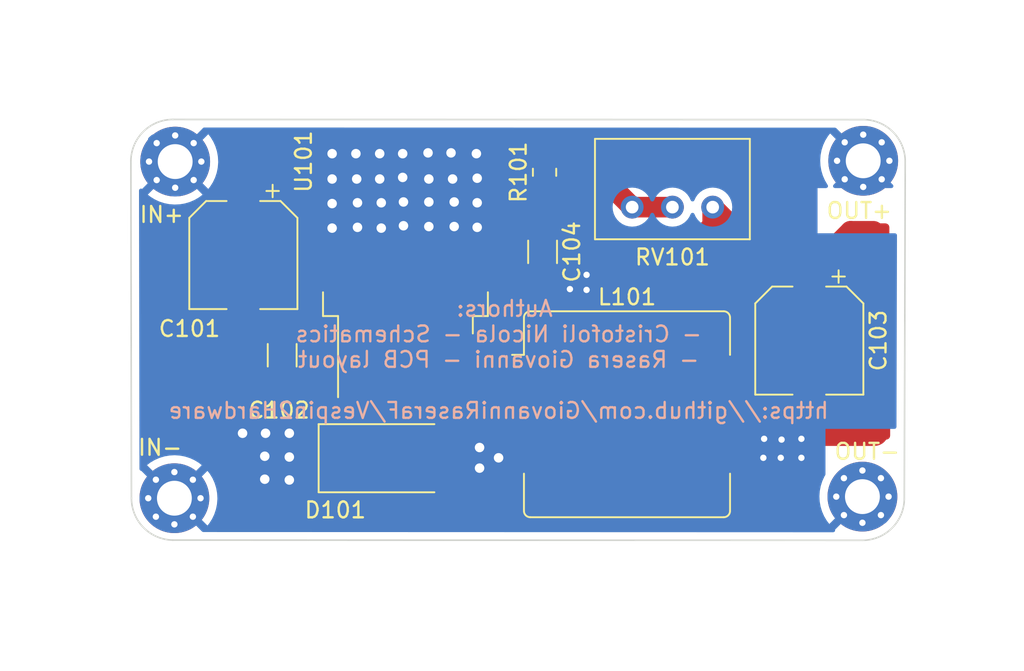
<source format=kicad_pcb>
(kicad_pcb (version 20211014) (generator pcbnew)
  (layers (0 "F.Cu" signal) (31 "B.Cu" power) (34 "B.Paste" user) (35 "F.Paste" user) (36 "B.SilkS" user "B.Silkscreen") (37 "F.SilkS" user "F.Silkscreen") (38 "B.Mask" user) (39 "F.Mask" user) (44 "Edge.Cuts" user))
  (net 0 "")
  (net 1 "Vin+")
  (net 2 "Net-(R101-Pad1)")
  (net 3 "OUT-")
  (net 4 "OUT+")
  (net 5 "Net-(D101-Pad1)")
  (footprint "Package_TO_SOT_SMD:TO-263-5_TabPin3" (layer "F.Cu") (at 169.125 77.95 90)
    (fp_text reference "U101" (at 6.8 -6.425 90) (layer "F.SilkS"))
    (fp_text value "LM2596S-ADJ")
    (fp_line (start -2.95 -4.25) (end -8.075 -4.25) (layer "F.SilkS") (width 0.12))
    (fp_line (start -1.45 -5.2) (end -2.95 -5.2) (layer "F.SilkS") (width 0.12))
    (fp_line (start -1.45 5.2) (end -2.95 5.2) (layer "F.SilkS") (width 0.12))
    (fp_line (start -2.95 5.2) (end -2.95 4.25) (layer "F.SilkS") (width 0.12))
    (fp_line (start -2.95 -5.2) (end -2.95 -4.25) (layer "F.SilkS") (width 0.12))
    (fp_line (start -2.95 4.25) (end -4.05 4.25) (layer "F.SilkS") (width 0.12))
    (pad "1" smd rect (at -5.775 -3.4 90) (size 4.6 1.1) (layers "F.Cu" "F.Paste" "F.Mask") (net 1 "Vin+"))
    (pad "2" smd rect (at -5.775 -1.7 90) (size 4.6 1.1) (layers "F.Cu" "F.Paste" "F.Mask") (net 5 "Net-(D101-Pad1)"))
    (pad "3" smd rect (at -5.775 0 90) (size 4.6 1.1) (layers "F.Cu" "F.Paste" "F.Mask") (net 3 "OUT-"))
    (pad "3" smd rect (at 3.375 0 90) (size 9.4 10.8) (layers "F.Cu" "F.Mask") (net 3 "OUT-"))
    (pad "4" smd rect (at -5.775 1.7 90) (size 4.6 1.1) (layers "F.Cu" "F.Paste" "F.Mask") (net 2 "Net-(R101-Pad1)"))
    (pad "5" smd rect (at -5.775 3.4 90) (size 4.6 1.1) (layers "F.Cu" "F.Paste" "F.Mask") (net 3 "OUT-"))
  )
  (footprint "MountingHole:MountingHole_2.2mm_M2_Pad_Via" (layer "F.Cu") (at 197.95 92.3)
    (fp_text reference "H104")
    (fp_text value "MountingHole_Pad")
    (pad "1" thru_hole circle (at -1.166726 -1.166726) (size 0.7 0.7) (drill 0.4) (layers *.Cu *.Mask) (net 3 "OUT-"))
    (pad "1" thru_hole circle (at 0 1.65) (size 0.7 0.7) (drill 0.4) (layers *.Cu *.Mask) (net 3 "OUT-"))
    (pad "1" thru_hole circle (at 0 0) (size 4.4 4.4) (drill 2.2) (layers *.Cu *.Mask) (net 3 "OUT-"))
    (pad "1" thru_hole circle (at 1.166726 -1.166726) (size 0.7 0.7) (drill 0.4) (layers *.Cu *.Mask) (net 3 "OUT-"))
    (pad "1" thru_hole circle (at -1.166726 1.166726) (size 0.7 0.7) (drill 0.4) (layers *.Cu *.Mask) (net 3 "OUT-"))
    (pad "1" thru_hole circle (at 1.65 0) (size 0.7 0.7) (drill 0.4) (layers *.Cu *.Mask) (net 3 "OUT-"))
    (pad "1" thru_hole circle (at -1.65 0) (size 0.7 0.7) (drill 0.4) (layers *.Cu *.Mask) (net 3 "OUT-"))
    (pad "1" thru_hole circle (at 0 -1.65) (size 0.7 0.7) (drill 0.4) (layers *.Cu *.Mask) (net 3 "OUT-"))
    (pad "1" thru_hole circle (at 1.166726 1.166726) (size 0.7 0.7) (drill 0.4) (layers *.Cu *.Mask) (net 3 "OUT-"))
  )
  (footprint "MountingHole:MountingHole_2.2mm_M2_Pad_Via" (layer "F.Cu") (at 154.6 71.15)
    (fp_text reference "H101")
    (fp_text value "MountingHole_Pad")
    (pad "1" thru_hole circle (at -1.166726 -1.166726) (size 0.7 0.7) (drill 0.4) (layers *.Cu *.Mask) (net 3 "OUT-"))
    (pad "1" thru_hole circle (at 0 1.65) (size 0.7 0.7) (drill 0.4) (layers *.Cu *.Mask) (net 3 "OUT-"))
    (pad "1" thru_hole circle (at 1.166726 -1.166726) (size 0.7 0.7) (drill 0.4) (layers *.Cu *.Mask) (net 3 "OUT-"))
    (pad "1" thru_hole circle (at -1.166726 1.166726) (size 0.7 0.7) (drill 0.4) (layers *.Cu *.Mask) (net 3 "OUT-"))
    (pad "1" thru_hole circle (at 0 0) (size 4.4 4.4) (drill 2.2) (layers *.Cu *.Mask) (net 3 "OUT-"))
    (pad "1" thru_hole circle (at 1.65 0) (size 0.7 0.7) (drill 0.4) (layers *.Cu *.Mask) (net 3 "OUT-"))
    (pad "1" thru_hole circle (at 0 -1.65) (size 0.7 0.7) (drill 0.4) (layers *.Cu *.Mask) (net 3 "OUT-"))
    (pad "1" thru_hole circle (at -1.65 0) (size 0.7 0.7) (drill 0.4) (layers *.Cu *.Mask) (net 3 "OUT-"))
    (pad "1" thru_hole circle (at 1.166726 1.166726) (size 0.7 0.7) (drill 0.4) (layers *.Cu *.Mask) (net 3 "OUT-"))
  )
  (footprint "Connector_Wire:SolderWirePad_1x01_SMD_1x2mm" (layer "F.Cu") (at 198.7 88.2 90)
    (fp_text reference "J106")
    (fp_text value "Conn_01x01_Female")
    (pad "1" smd roundrect (at 0 0 90) (size 1 2) (layers "F.Cu" "F.Paste" "F.Mask") (net 3 "OUT-"))
  )
  (footprint "Connector_Wire:SolderWirePad_1x01_SMD_1x2mm" (layer "F.Cu") (at 153.55 76.15 90)
    (fp_text reference "J101")
    (fp_text value "Conn_01x01_Female")
    (pad "1" smd roundrect (at 0 0 90) (size 1 2) (layers "F.Cu" "F.Paste" "F.Mask") (net 1 "Vin+"))
  )
  (footprint "Connector_Wire:SolderWirePad_1x01_SMD_1x2mm" (layer "F.Cu") (at 153.6 87.65 90)
    (fp_text reference "J108")
    (fp_text value "Conn_01x01_Female")
    (pad "1" smd roundrect (at 0 0 90) (size 1 2) (layers "F.Cu" "F.Paste" "F.Mask") (net 3 "OUT-"))
  )
  (footprint "MountingHole:MountingHole_2.2mm_M2_Pad_Via" (layer "F.Cu") (at 198 71.1)
    (fp_text reference "H102")
    (fp_text value "MountingHole_Pad")
    (pad "1" thru_hole circle (at -1.166726 -1.166726) (size 0.7 0.7) (drill 0.4) (layers *.Cu *.Mask) (net 3 "OUT-"))
    (pad "1" thru_hole circle (at 0 0) (size 4.4 4.4) (drill 2.2) (layers *.Cu *.Mask) (net 3 "OUT-"))
    (pad "1" thru_hole circle (at -1.65 0) (size 0.7 0.7) (drill 0.4) (layers *.Cu *.Mask) (net 3 "OUT-"))
    (pad "1" thru_hole circle (at 1.166726 -1.166726) (size 0.7 0.7) (drill 0.4) (layers *.Cu *.Mask) (net 3 "OUT-"))
    (pad "1" thru_hole circle (at 1.65 0) (size 0.7 0.7) (drill 0.4) (layers *.Cu *.Mask) (net 3 "OUT-"))
    (pad "1" thru_hole circle (at 1.166726 1.166726) (size 0.7 0.7) (drill 0.4) (layers *.Cu *.Mask) (net 3 "OUT-"))
    (pad "1" thru_hole circle (at 0 -1.65) (size 0.7 0.7) (drill 0.4) (layers *.Cu *.Mask) (net 3 "OUT-"))
    (pad "1" thru_hole circle (at 0 1.65) (size 0.7 0.7) (drill 0.4) (layers *.Cu *.Mask) (net 3 "OUT-"))
    (pad "1" thru_hole circle (at -1.166726 1.166726) (size 0.7 0.7) (drill 0.4) (layers *.Cu *.Mask) (net 3 "OUT-"))
  )
  (footprint "Connector_Wire:SolderWirePad_1x01_SMD_1x2mm" (layer "F.Cu") (at 198.65 75.55 90)
    (fp_text reference "J103")
    (fp_text value "Conn_01x01_Female")
    (pad "1" smd roundrect (at 0 0 90) (size 1 2) (layers "F.Cu" "F.Paste" "F.Mask") (net 4 "OUT+"))
  )
  (footprint "Potentiometer_THT:Potentiometer_Bourns_3299W_Vertical" (layer "F.Cu") (at 183.425 74.025 180)
    (fp_text reference "RV101" (at -2.54 -3.16) (layer "F.SilkS"))
    (fp_text value "10k")
    (fp_line (start -7.425 -2.03) (end 2.345 -2.03) (layer "F.SilkS") (width 0.12))
    (fp_line (start 2.345 -2.03) (end 2.345 4.31) (layer "F.SilkS") (width 0.12))
    (fp_line (start -7.425 -2.03) (end -7.425 4.31) (layer "F.SilkS") (width 0.12))
    (fp_line (start -7.425 4.31) (end 2.345 4.31) (layer "F.SilkS") (width 0.12))
    (pad "1" thru_hole circle (at 0 0 180) (size 1.44 1.44) (drill 0.8) (layers *.Cu *.Mask) (net 2 "Net-(R101-Pad1)"))
    (pad "2" thru_hole circle (at -2.54 0 180) (size 1.44 1.44) (drill 0.8) (layers *.Cu *.Mask) (net 2 "Net-(R101-Pad1)"))
    (pad "3" thru_hole circle (at -5.08 0 180) (size 1.44 1.44) (drill 0.8) (layers *.Cu *.Mask) (net 4 "OUT+"))
  )
  (footprint "Capacitor_SMD:C_1206_3216Metric_Pad1.33x1.80mm_HandSolder" (layer "F.Cu") (at 161.35 83.375 -90)
    (fp_text reference "C102" (at 3.475 0.2 180) (layer "F.SilkS"))
    (fp_text value "1uF")
    (fp_line (start -0.711252 0.91) (end 0.711252 0.91) (layer "F.SilkS") (width 0.12))
    (fp_line (start -0.711252 -0.91) (end 0.711252 -0.91) (layer "F.SilkS") (width 0.12))
    (pad "1" smd roundrect (at -1.5625 0 270) (size 1.325 1.8) (layers "F.Cu" "F.Paste" "F.Mask") (roundrect_rratio 0.188679) (net 1 "Vin+"))
    (pad "2" smd roundrect (at 1.5625 0 270) (size 1.325 1.8) (layers "F.Cu" "F.Paste" "F.Mask") (roundrect_rratio 0.188679) (net 3 "OUT-"))
  )
  (footprint "Capacitor_SMD:CP_Elec_6.3x3.9" (layer "F.Cu") (at 158.9 77.05 -90)
    (fp_text reference "C101" (at 4.65 3.4 180) (layer "F.SilkS"))
    (fp_text value "100uF")
    (fp_line (start -4.04375 -2.24125) (end -4.04375 -1.45375) (layer "F.SilkS") (width 0.12))
    (fp_line (start -2.345563 -3.41) (end 3.41 -3.41) (layer "F.SilkS") (width 0.12))
    (fp_line (start -3.41 2.345563) (end -2.345563 3.41) (layer "F.SilkS") (width 0.12))
    (fp_line (start -4.4375 -1.8475) (end -3.65 -1.8475) (layer "F.SilkS") (width 0.12))
    (fp_line (start 3.41 -3.41) (end 3.41 -1.06) (layer "F.SilkS") (width 0.12))
    (fp_line (start 3.41 3.41) (end 3.41 1.06) (layer "F.SilkS") (width 0.12))
    (fp_line (start -3.41 2.345563) (end -3.41 1.06) (layer "F.SilkS") (width 0.12))
    (fp_line (start -3.41 -2.345563) (end -2.345563 -3.41) (layer "F.SilkS") (width 0.12))
    (fp_line (start -2.345563 3.41) (end 3.41 3.41) (layer "F.SilkS") (width 0.12))
    (fp_line (start -3.41 -2.345563) (end -3.41 -1.06) (layer "F.SilkS") (width 0.12))
    (pad "1" smd roundrect (at -2.7 0 270) (size 3.5 1.6) (layers "F.Cu" "F.Paste" "F.Mask") (roundrect_rratio 0.15625) (net 1 "Vin+"))
    (pad "2" smd roundrect (at 2.7 0 270) (size 3.5 1.6) (layers "F.Cu" "F.Paste" "F.Mask") (roundrect_rratio 0.15625) (net 3 "OUT-"))
  )
  (footprint "Resistor_SMD:R_0805_2012Metric_Pad1.20x1.40mm_HandSolder" (layer "F.Cu") (at 177.9 71.825 90)
    (fp_text reference "R101" (at 0 -1.65 90) (layer "F.SilkS"))
    (fp_text value "330")
    (fp_line (start -0.227064 -0.735) (end 0.227064 -0.735) (layer "F.SilkS") (width 0.12))
    (fp_line (start -0.227064 0.735) (end 0.227064 0.735) (layer "F.SilkS") (width 0.12))
    (pad "1" smd roundrect (at -1 0 90) (size 1.2 1.4) (layers "F.Cu" "F.Paste" "F.Mask") (roundrect_rratio 0.208333) (net 2 "Net-(R101-Pad1)"))
    (pad "2" smd roundrect (at 1 0 90) (size 1.2 1.4) (layers "F.Cu" "F.Paste" "F.Mask") (roundrect_rratio 0.208333) (net 3 "OUT-"))
  )
  (footprint "Capacitor_SMD:CP_Elec_6.3x3.9" (layer "F.Cu") (at 194.6 82.45 -90)
    (fp_text reference "C103" (at 0 -4.35 90) (layer "F.SilkS"))
    (fp_text value "220uF")
    (fp_line (start -3.41 2.345563) (end -2.345563 3.41) (layer "F.SilkS") (width 0.12))
    (fp_line (start -2.345563 -3.41) (end 3.41 -3.41) (layer "F.SilkS") (width 0.12))
    (fp_line (start -4.4375 -1.8475) (end -3.65 -1.8475) (layer "F.SilkS") (width 0.12))
    (fp_line (start -2.345563 3.41) (end 3.41 3.41) (layer "F.SilkS") (width 0.12))
    (fp_line (start 3.41 -3.41) (end 3.41 -1.06) (layer "F.SilkS") (width 0.12))
    (fp_line (start 3.41 3.41) (end 3.41 1.06) (layer "F.SilkS") (width 0.12))
    (fp_line (start -3.41 -2.345563) (end -3.41 -1.06) (layer "F.SilkS") (width 0.12))
    (fp_line (start -4.04375 -2.24125) (end -4.04375 -1.45375) (layer "F.SilkS") (width 0.12))
    (fp_line (start -3.41 -2.345563) (end -2.345563 -3.41) (layer "F.SilkS") (width 0.12))
    (fp_line (start -3.41 2.345563) (end -3.41 1.06) (layer "F.SilkS") (width 0.12))
    (pad "1" smd roundrect (at -2.7 0 270) (size 3.5 1.6) (layers "F.Cu" "F.Paste" "F.Mask") (roundrect_rratio 0.15625) (net 4 "OUT+"))
    (pad "2" smd roundrect (at 2.7 0 270) (size 3.5 1.6) (layers "F.Cu" "F.Paste" "F.Mask") (roundrect_rratio 0.15625) (net 3 "OUT-"))
  )
  (footprint "MountingHole:MountingHole_2.2mm_M2_Pad_Via" (layer "F.Cu") (at 154.55 92.4)
    (fp_text reference "H103")
    (fp_text value "MountingHole_Pad")
    (pad "1" thru_hole circle (at -1.166726 -1.166726) (size 0.7 0.7) (drill 0.4) (layers *.Cu *.Mask) (net 3 "OUT-"))
    (pad "1" thru_hole circle (at 0 0) (size 4.4 4.4) (drill 2.2) (layers *.Cu *.Mask) (net 3 "OUT-"))
    (pad "1" thru_hole circle (at 1.166726 1.166726) (size 0.7 0.7) (drill 0.4) (layers *.Cu *.Mask) (net 3 "OUT-"))
    (pad "1" thru_hole circle (at 0 -1.65) (size 0.7 0.7) (drill 0.4) (layers *.Cu *.Mask) (net 3 "OUT-"))
    (pad "1" thru_hole circle (at 0 1.65) (size 0.7 0.7) (drill 0.4) (layers *.Cu *.Mask) (net 3 "OUT-"))
    (pad "1" thru_hole circle (at -1.166726 1.166726) (size 0.7 0.7) (drill 0.4) (layers *.Cu *.Mask) (net 3 "OUT-"))
    (pad "1" thru_hole circle (at -1.65 0) (size 0.7 0.7) (drill 0.4) (layers *.Cu *.Mask) (net 3 "OUT-"))
    (pad "1" thru_hole circle (at 1.65 0) (size 0.7 0.7) (drill 0.4) (layers *.Cu *.Mask) (net 3 "OUT-"))
    (pad "1" thru_hole circle (at 1.166726 -1.166726) (size 0.7 0.7) (drill 0.4) (layers *.Cu *.Mask) (net 3 "OUT-"))
  )
  (footprint "Capacitor_SMD:C_1206_3216Metric_Pad1.33x1.80mm_HandSolder" (layer "F.Cu") (at 177.775 76.85 -90)
    (fp_text reference "C104" (at 0 -1.85 90) (layer "F.SilkS"))
    (fp_text value "1uF")
    (fp_line (start -0.711252 -0.91) (end 0.711252 -0.91) (layer "F.SilkS") (width 0.12))
    (fp_line (start -0.711252 0.91) (end 0.711252 0.91) (layer "F.SilkS") (width 0.12))
    (pad "1" smd roundrect (at -1.5625 0 270) (size 1.325 1.8) (layers "F.Cu" "F.Paste" "F.Mask") (roundrect_rratio 0.188679) (net 4 "OUT+"))
    (pad "2" smd roundrect (at 1.5625 0 270) (size 1.325 1.8) (layers "F.Cu" "F.Paste" "F.Mask") (roundrect_rratio 0.188679) (net 3 "OUT-"))
  )
  (footprint "Connector_Wire:SolderWirePad_1x01_SMD_1x2mm" (layer "F.Cu") (at 153.65 86.85 -90)
    (fp_text reference "J104")
    (fp_text value "Conn_01x01_Female")
    (pad "1" smd roundrect (at 0 0 270) (size 1 2) (layers "F.Cu" "F.Paste" "F.Mask") (net 3 "OUT-"))
  )
  (footprint "Connector_Wire:SolderWirePad_1x01_SMD_1x2mm" (layer "F.Cu") (at 198.7 87.25 90)
    (fp_text reference "J102")
    (fp_text value "Conn_01x01_Female")
    (pad "1" smd roundrect (at 0 0 90) (size 1 2) (layers "F.Cu" "F.Paste" "F.Mask") (net 3 "OUT-"))
  )
  (footprint "Diode_SMD:D_SMB_Handsoldering" (layer "F.Cu") (at 168.25 89.875)
    (fp_text reference "D101" (at -3.55 3.275) (layer "F.SilkS"))
    (fp_text value "SS34")
    (fp_line (start -4.6 2.15) (end 2.7 2.15) (layer "F.SilkS") (width 0.12))
    (fp_line (start -4.6 -2.15) (end -4.6 2.15) (layer "F.SilkS") (width 0.12))
    (fp_line (start -4.6 -2.15) (end 2.7 -2.15) (layer "F.SilkS") (width 0.12))
    (pad "1" smd rect (at -2.7 0) (size 3.5 2.3) (layers "F.Cu" "F.Paste" "F.Mask") (net 5 "Net-(D101-Pad1)"))
    (pad "2" smd rect (at 2.7 0) (size 3.5 2.3) (layers "F.Cu" "F.Paste" "F.Mask") (net 3 "OUT-"))
  )
  (footprint "Inductor_SMD:L_Bourns_SRR1208_12.7x12.7mm" (layer "F.Cu") (at 183.1 87.1)
    (fp_text reference "L101" (at 0 -7.4) (layer "F.SilkS"))
    (fp_text value "47uH")
    (fp_line (start -6.5 -3.75) (end -7.25 -3.75) (layer "F.SilkS") (width 0.12))
    (fp_line (start -6.5 3.75) (end -6.5 6.1) (layer "F.SilkS") (width 0.12))
    (fp_line (start -6.1 -6.5) (end 6.1 -6.5) (layer "F.SilkS") (width 0.12))
    (fp_line (start 6.1 6.5) (end -6.1 6.5) (layer "F.SilkS") (width 0.12))
    (fp_line (start -6.5 -6.1) (end -6.5 -3.75) (layer "F.SilkS") (width 0.12))
    (fp_line (start 6.5 -6.1) (end 6.5 -3.75) (layer "F.SilkS") (width 0.12))
    (fp_line (start 6.5 3.75) (end 6.5 6.1) (layer "F.SilkS") (width 0.12))
    (fp_arc (start -6.1 6.5) (mid -6.382843 6.382843) (end -6.5 6.1) (layer "F.SilkS") (width 0.12))
    (fp_arc (start 6.1 -6.5) (mid 6.382843 -6.382843) (end 6.5 -6.1) (layer "F.SilkS") (width 0.12))
    (fp_arc (start 6.5 6.1) (mid 6.382843 6.382843) (end 6.1 6.5) (layer "F.SilkS") (width 0.12))
    (fp_arc (start -6.5 -6.1) (mid -6.382843 -6.382843) (end -6.1 -6.5) (layer "F.SilkS") (width 0.12))
    (pad "1" smd rect (at -5 0) (size 4 7) (layers "F.Cu" "F.Paste" "F.Mask") (net 5 "Net-(D101-Pad1)"))
    (pad "2" smd rect (at 5 0) (size 4 7) (layers "F.Cu" "F.Paste" "F.Mask") (net 4 "OUT+"))
  )
  (footprint "Connector_Wire:SolderWirePad_1x01_SMD_1x2mm" (layer "F.Cu") (at 198.65 76.5 90)
    (fp_text reference "J107")
    (fp_text value "Conn_01x01_Female")
    (pad "1" smd roundrect (at 0 0 90) (size 1 2) (layers "F.Cu" "F.Paste" "F.Mask") (net 4 "OUT+"))
  )
  (footprint "Connector_Wire:SolderWirePad_1x01_SMD_1x2mm" (layer "F.Cu") (at 153.55 76.85 90)
    (fp_text reference "J105")
    (fp_text value "Conn_01x01_Female")
    (pad "1" smd roundrect (at 0 0 90) (size 1 2) (layers "F.Cu" "F.Paste" "F.Mask") (net 1 "Vin+"))
  )
  (gr_arc (start 151.806405 71.091761) (mid 152.6 69.250001) (end 154.456404 68.49129) (layer "Edge.Cuts") (width 0.1))
  (gr_arc (start 200.593595 92.458239) (mid 199.8 94.3) (end 197.943596 95.05871) (layer "Edge.Cuts") (width 0.1))
  (gr_arc (start 198.05 68.500001) (mid 199.891761 69.293596) (end 200.650471 71.15) (layer "Edge.Cuts") (width 0.1))
  (gr_line (start 151.806405 71.091761) (end 151.84129 92.393596) (layer "Edge.Cuts") (width 0.1))
  (gr_line (start 200.593595 92.458239) (end 200.650471 71.15) (layer "Edge.Cuts") (width 0.1))
  (gr_line (start 154.441761 95.043595) (end 197.943596 95.05871) (layer "Edge.Cuts") (width 0.1))
  (gr_line (start 154.456404 68.49129) (end 198.05 68.500001) (layer "Edge.Cuts") (width 0.1))
  (gr_arc (start 154.441761 95.043595) (mid 152.6 94.25) (end 151.84129 92.393596) (layer "Edge.Cuts") (width 0.1))
  (gr_text "Authors: \n- Cristofoli Nicola - Schematics\n- Rasera Giovanni - PCB layout\n\nhttps://github.com/GiovanniRaseraF/Vespin2Hardware" (at 175 83.65) (layer "B.SilkS") (effects (font (size 1 1)) (justify mirror)))
  (gr_text "OUT+" (at 197.75 74.25) (layer "F.SilkS") (effects (font (size 1 1))))
  (gr_text "OUT-" (at 198.25 89.45) (layer "F.SilkS") (effects (font (size 1 1))))
  (gr_text "IN+" (at 153.75 74.5) (layer "F.SilkS") (effects (font (size 1 1))))
  (gr_text "IN-" (at 153.65 89.2) (layer "F.SilkS") (effects (font (size 1 1))))
  (segment (start 153.55 76.15) (end 157.1 76.15) (width 1.8) (layer "F.Cu") (net 1))
  (segment (start 157.1 76.15) (end 158.9 74.35) (width 1.8) (layer "F.Cu") (net 1))
  (segment (start 158.9 74.35) (end 160.35 74.35) (width 1.8) (layer "F.Cu") (net 1))
  (segment (start 161.35 81.8125) (end 163.8125 81.8125) (width 1.8) (layer "F.Cu") (net 1))
  (segment (start 161.35 81.8125) (end 161.35 75.35) (width 1.8) (layer "F.Cu") (net 1))
  (segment (start 160.35 74.35) (end 161.35 75.35) (width 1.8) (layer "F.Cu") (net 1))
  (segment (start 165.725 83.725) (end 163.8125 81.8125) (width 1.3) (layer "F.Cu") (net 1))
  (segment (start 182.225 72.825) (end 183.425 74.025) (width 1.3) (layer "F.Cu") (net 2))
  (segment (start 176.25 72.825) (end 177.9 72.825) (width 1.3) (layer "F.Cu") (net 2))
  (segment (start 170.825 86.525) (end 171.45 87.15) (width 1.3) (layer "F.Cu") (net 2))
  (segment (start 171.45 87.15) (end 174.425 87.15) (width 1.3) (layer "F.Cu") (net 2))
  (segment (start 174.8 81.1) (end 175.6 80.3) (width 1.3) (layer "F.Cu") (net 2))
  (segment (start 175.6 73.475) (end 176.25 72.825) (width 1.3) (layer "F.Cu") (net 2))
  (segment (start 174.8 86.775) (end 174.8 81.1) (width 1.3) (layer "F.Cu") (net 2))
  (segment (start 175.6 80.3) (end 175.6 73.475) (width 1.3) (layer "F.Cu") (net 2))
  (segment (start 170.825 83.725) (end 170.825 86.525) (width 1.3) (layer "F.Cu") (net 2))
  (segment (start 183.425 74.025) (end 185.965 74.025) (width 1.3) (layer "F.Cu") (net 2))
  (segment (start 174.425 87.15) (end 174.8 86.775) (width 1.3) (layer "F.Cu") (net 2))
  (segment (start 177.9 72.825) (end 182.225 72.825) (width 1.3) (layer "F.Cu") (net 2))
  (segment (start 157.55 86.85) (end 160.25 89.55) (width 1.8) (layer "F.Cu") (net 3))
  (segment (start 158.9 84.7) (end 159.2 85) (width 1.3) (layer "F.Cu") (net 3))
  (segment (start 175 89.85) (end 174.45 89.85) (width 1.3) (layer "F.Cu") (net 3))
  (segment (start 167.85 79.5) (end 168.7 80.35) (width 1.3) (layer "F.Cu") (net 3))
  (segment (start 172.525 83.725) (end 172.525 77.975) (width 1.3) (layer "F.Cu") (net 3))
  (segment (start 158.85 88.3) (end 161.8 88.3) (width 1.3) (layer "F.Cu") (net 3))
  (segment (start 178.7125 78.4125) (end 179.5 79.2) (width 1.3) (layer "F.Cu") (net 3))
  (segment (start 169.125 80.275) (end 170.1 79.3) (width 1.3) (layer "F.Cu") (net 3))
  (segment (start 169.125 80.35) (end 169.125 77.775) (width 1.3) (layer "F.Cu") (net 3))
  (segment (start 160.25 89.75) (end 160.25 91.2) (width 1.3) (layer "F.Cu") (net 3))
  (segment (start 198.7 88.2) (end 194.55 88.2) (width 1.8) (layer "F.Cu") (net 3))
  (segment (start 180.55 78.3) (end 178.825 78.3) (width 1.3) (layer "F.Cu") (net 3))
  (segment (start 174.35 89.2) (end 175 89.85) (width 1.3) (layer "F.Cu") (net 3))
  (segment (start 180.55 78.3) (end 180.55 79.25) (width 1.3) (layer "F.Cu") (net 3))
  (segment (start 194.6 86.45) (end 194.6 88.15) (width 1.8) (layer "F.Cu") (net 3))
  (segment (start 161.35 87.85) (end 161.8 88.3) (width 1.3) (layer "F.Cu") (net 3))
  (segment (start 179.5 79.2) (end 180.5 79.2) (width 1.3) (layer "F.Cu") (net 3))
  (segment (start 160.3 89.75) (end 161.8 91.25) (width 1.3) (layer "F.Cu") (net 3))
  (segment (start 161.8 91.25) (end 160.3 91.25) (width 1.3) (layer "F.Cu") (net 3))
  (segment (start 172.525 77.975) (end 169.375 74.825) (width 1.3) (layer "F.Cu") (net 3))
  (segment (start 195.4 87.25) (end 194.6 86.45) (width 1.8) (layer "F.Cu") (net 3))
  (segment (start 161.35 84.9375) (end 161.35 87.85) (width 1.3) (layer "F.Cu") (net 3))
  (segment (start 169.125 80.35) (end 169.125 80.275) (width 1.3) (layer "F.Cu") (net 3))
  (segment (start 160.25 89.55) (end 160.25 88.35) (width 1.3) (layer "F.Cu") (net 3))
  (segment (start 153.65 86.85) (end 157.55 86.85) (width 1.8) (layer "F.Cu") (net 3))
  (segment (start 158.9 79.75) (end 158.9 84.7) (width 1.3) (layer "F.Cu") (net 3))
  (segment (start 191.7 88.7) (end 191.75 88.65) (width 1.8) (layer "F.Cu") (net 3))
  (segment (start 161.5 88.3) (end 160.25 89.55) (width 1.3) (layer "F.Cu") (net 3))
  (segment (start 191.75 88.65) (end 194.1 88.65) (width 1.8) (layer "F.Cu") (net 3))
  (segment (start 173.175 89.875) (end 173.8 90.5) (width 1.3) (layer "F.Cu") (net 3))
  (segment (start 173.8 89.2) (end 174.35 89.2) (width 1.3) (layer "F.Cu") (net 3))
  (segment (start 160.25 88.35) (end 160.3 88.3) (width 1.3) (layer "F.Cu") (net 3))
  (segment (start 174.45 89.85) (end 173.8 90.5) (width 1.3) (layer "F.Cu") (net 3))
  (segment (start 160.25 89.75) (end 160.3 89.75) (width 1.3) (layer "F.Cu") (net 3))
  (segment (start 159.2 85) (end 161.2875 85) (width 1.3) (layer "F.Cu") (net 3))
  (segment (start 178.825 78.3) (end 178.7125 78.4125) (width 1.3) (layer "F.Cu") (net 3))
  (segment (start 160.25 89.75) (end 160.25 89.55) (width 1.3) (layer "F.Cu") (net 3))
  (segment (start 172.925 72.6) (end 172.925 72.15) (width 1.3) (layer "F.Cu") (net 3))
  (segment (start 177.775 78.4125) (end 178.7125 78.4125) (width 1.3) (layer "F.Cu") (net 3))
  (segment (start 180.5 79.2) (end 180.55 79.25) (width 1.3) (layer "F.Cu") (net 3))
  (segment (start 160.25 89.75) (end 161.75 89.75) (width 1.3) (layer "F.Cu") (net 3))
  (segment (start 174.875 70.2) (end 177.275 70.2) (width 1.3) (layer "F.Cu") (net 3))
  (segment (start 170.95 89.875) (end 173.175 89.875) (width 1.3) (layer "F.Cu") (net 3))
  (segment (start 168.7 80.35) (end 169.125 80.35) (width 1.3) (layer "F.Cu") (net 3))
  (segment (start 161.75 89.75) (end 161.8 89.8) (width 1.3) (layer "F.Cu") (net 3))
  (segment (start 172.925 72.15) (end 174.875 70.2) (width 1.3) (layer "F.Cu") (net 3))
  (segment (start 158.85 88.3) (end 158.85 88.35) (width 1.3) (layer "F.Cu") (net 3))
  (segment (start 161.8 88.3) (end 161.8 89.8) (width 1.3) (layer "F.Cu") (net 3))
  (segment (start 173.8 90.5) (end 173.8 89.2) (width 1.3) (layer "F.Cu") (net 3))
  (segment (start 194.6 85.15) (end 194.6 86.45) (width 1.8) (layer "F.Cu") (net 3))
  (segment (start 177.275 70.2) (end 177.9 70.825) (width 1.3) (layer "F.Cu") (net 3))
  (segment (start 158.85 88.35) (end 160.25 89.75) (width 1.3) (layer "F.Cu") (net 3))
  (segment (start 169.125 83.725) (end 169.125 80.35) (width 1.3) (layer "F.Cu") (net 3))
  (segment (start 160.3 91.25) (end 160.25 91.2) (width 1.3) (layer "F.Cu") (net 3))
  (segment (start 194.1 88.65) (end 194.1 89.85) (width 1.8) (layer "F.Cu") (net 3))
  (segment (start 161.2875 85) (end 161.35 84.9375) (width 1.3) (layer "F.Cu") (net 3))
  (segment (start 161.8 88.3) (end 161.5 88.3) (width 1.3) (layer "F.Cu") (net 3))
  (segment (start 169.375 74.825) (end 169.125 74.575) (width 1.3) (layer "F.Cu") (net 3))
  (segment (start 191.7 89.85) (end 191.7 88.7) (width 1.8) (layer "F.Cu") (net 3))
  (segment (start 198.7 87.25) (end 195.4 87.25) (width 1.8) (layer "F.Cu") (net 3))
  (segment (start 194.1 89.85) (end 191.7 89.85) (width 1.8) (layer "F.Cu") (net 3))
  (segment (start 194.55 88.2) (end 194.1 88.65) (width 1.8) (layer "F.Cu") (net 3))
  (segment (start 169.125 77.775) (end 169.125 74.575) (width 1.3) (layer "F.Cu") (net 3))
  (segment (start 161.8 89.8) (end 161.8 91.25) (width 1.3) (layer "F.Cu") (net 3))
  (segment (start 194.6 88.15) (end 194.1 88.65) (width 1.8) (layer "F.Cu") (net 3))
  (via (at 170.6 75.25) (size 1) (drill 0.6) (layers "F.Cu" "B.Cu") (net 3))
  (via (at 170.6 73.7) (size 1) (drill 0.6) (layers "F.Cu" "B.Cu") (net 3))
  (via (at 168.95 70.65) (size 1) (drill 0.6) (layers "F.Cu" "B.Cu") (net 3))
  (via (at 172.1 72.25) (size 1) (drill 0.6) (layers "F.Cu" "B.Cu") (net 3))
  (via (at 191.7 89.85) (size 0.8) (drill 0.4) (layers "F.Cu" "B.Cu") (net 3))
  (via (at 169 75.2) (size 1) (drill 0.6) (layers "F.Cu" "B.Cu") (net 3))
  (via (at 168.95 72.15) (size 1) (drill 0.6) (layers "F.Cu" "B.Cu") (net 3))
  (via (at 170.6 72.25) (size 1) (drill 0.6) (layers "F.Cu" "B.Cu") (net 3))
  (via (at 173.65 72.2) (size 1) (drill 0.6) (layers "F.Cu" "B.Cu") (net 3))
  (via (at 173.65 73.75) (size 1) (drill 0.6) (layers "F.Cu" "B.Cu") (net 3))
  (via (at 164.5 72.25) (size 1) (drill 0.6) (layers "F.Cu" "B.Cu") (net 3))
  (via (at 167.6 75.35) (size 1) (drill 0.6) (layers "F.Cu" "B.Cu") (net 3))
  (via (at 158.85 88.3) (size 1) (drill 0.6) (layers "F.Cu" "B.Cu") (net 3))
  (via (at 160.3 88.3) (size 1) (drill 0.6) (layers "F.Cu" "B.Cu") (net 3))
  (via (at 180.55 78.3) (size 0.8) (drill 0.4) (layers "F.Cu" "B.Cu") (net 3))
  (via (at 173.8 90.5) (size 1) (drill 0.6) (layers "F.Cu" "B.Cu") (net 3))
  (via (at 172.2 73.7) (size 1) (drill 0.6) (layers "F.Cu" "B.Cu") (net 3))
  (via (at 160.25 89.75) (size 1) (drill 0.6) (layers "F.Cu" "B.Cu") (net 3))
  (via (at 164.5 73.8) (size 1) (drill 0.6) (layers "F.Cu" "B.Cu") (net 3))
  (via (at 192.85 88.7) (size 0.8) (drill 0.4) (layers "F.Cu" "B.Cu") (net 3))
  (via (at 173.6 70.65) (size 1) (drill 0.6) (layers "F.Cu" "B.Cu") (net 3))
  (via (at 166.05 72.25) (size 1) (drill 0.6) (layers "F.Cu" "B.Cu") (net 3))
  (via (at 172 70.6) (size 1) (drill 0.6) (layers "F.Cu" "B.Cu") (net 3))
  (via (at 161.8 89.8) (size 1) (drill 0.6) (layers "F.Cu" "B.Cu") (net 3))
  (via (at 166.1 73.75) (size 1) (drill 0.6) (layers "F.Cu" "B.Cu") (net 3))
  (via (at 169 73.7) (size 1) (drill 0.6) (layers "F.Cu" "B.Cu") (net 3))
  (via (at 192.8 89.85) (size 0.8) (drill 0.4) (layers "F.Cu" "B.Cu") (net 3))
  (via (at 161.8 88.3) (size 1) (drill 0.6) (layers "F.Cu" "B.Cu") (net 3))
  (via (at 167.6 73.75) (size 1) (drill 0.6) (layers "F.Cu" "B.Cu") (net 3))
  (via (at 172.2 75.25) (size 1) (drill 0.6) (layers "F.Cu" "B.Cu") (net 3))
  (via (at 167.5 72.25) (size 1) (drill 0.6) (layers "F.Cu" "B.Cu") (net 3))
  (via (at 194.1 88.65) (size 0.8) (drill 0.4) (layers "F.Cu" "B.Cu") (net 3))
  (via (at 179.5 79.2) (size 0.8) (drill 0.4) (layers "F.Cu" "B.Cu") (net 3))
  (via (at 167.5 70.65) (size 1) (drill 0.6) (layers "F.Cu" "B.Cu") (net 3))
  (via (at 170.55 70.6) (size 1) (drill 0.6) (layers "F.Cu" "B.Cu") (net 3))
  (via (at 164.5 70.65) (size 1) (drill 0.6) (layers "F.Cu" "B.Cu") (net 3))
  (via (at 191.75 88.65) (size 0.8) (drill 0.4) (layers "F.Cu" "B.Cu") (net 3))
  (via (at 180.55 79.25) (size 0.8) (drill 0.4) (layers "F.Cu" "B.Cu") (net 3))
  (via (at 173.8 89.2) (size 1) (drill 0.6) (layers "F.Cu" "B.Cu") (net 3))
  (via (at 160.25 91.2) (size 1) (drill 0.6) (layers "F.Cu" "B.Cu") (net 3))
  (via (at 164.5 75.35) (size 1) (drill 0.6) (layers "F.Cu" "B.Cu") (net 3))
  (via (at 166.1 75.3) (size 1) (drill 0.6) (layers "F.Cu" "B.Cu") (net 3))
  (via (at 175 89.85) (size 1) (drill 0.6) (layers "F.Cu" "B.Cu") (net 3))
  (via (at 161.8 91.25) (size 1) (drill 0.6) (layers "F.Cu" "B.Cu") (net 3))
  (via (at 166 70.65) (size 1) (drill 0.6) (layers "F.Cu" "B.Cu") (net 3))
  (via (at 194.1 89.85) (size 0.8) (drill 0.4) (layers "F.Cu" "B.Cu") (net 3))
  (via (at 173.65 75.3) (size 1) (drill 0.6) (layers "F.Cu" "B.Cu") (net 3))
  (segment (start 192.055 77.575) (end 192.055 77.605) (width 1.3) (layer "F.Cu") (net 4))
  (segment (start 197.2 75.55) (end 198.65 75.55) (width 1.3) (layer "F.Cu") (net 4))
  (segment (start 192.055 77.605) (end 194.2 79.75) (width 1.3) (layer "F.Cu") (net 4))
  (segment (start 181.0125 75.2875) (end 182.45 76.725) (width 1.3) (layer "F.Cu") (net 4))
  (segment (start 177.775 75.2875) (end 181.0125 75.2875) (width 1.3) (layer "F.Cu") (net 4))
  (segment (start 186.975 76.725) (end 188.505 75.195) (width 1.3) (layer "F.Cu") (net 4))
  (segment (start 182.45 76.725) (end 186.975 76.725) (width 1.3) (layer "F.Cu") (net 4))
  (segment (start 194.2 79.75) (end 194.6 79.75) (width 1.3) (layer "F.Cu") (net 4))
  (segment (start 192.3 82.05) (end 194.6 79.75) (width 1.3) (layer "F.Cu") (net 4))
  (segment (start 188.1 87.1) (end 188.1 82.05) (width 1.3) (layer "F.Cu") (net 4))
  (segment (start 188.505 74.025) (end 192.055 77.575) (width 1.3) (layer "F.Cu") (net 4))
  (segment (start 194.6 79.75) (end 194.6 78.15) (width 1.3) (layer "F.Cu") (net 4))
  (segment (start 194.6 78.15) (end 197.2 75.55) (width 1.3) (layer "F.Cu") (net 4))
  (segment (start 188.1 82.05) (end 192.3 82.05) (width 1.3) (layer "F.Cu") (net 4))
  (segment (start 188.505 75.195) (end 188.505 74.025) (width 1.3) (layer "F.Cu") (net 4))
  (segment (start 167.425 83.725) (end 167.425 86.8) (width 1.3) (layer "F.Cu") (net 5))
  (segment (start 165.475 87.525) (end 165.475 89.8) (width 1.3) (layer "F.Cu") (net 5))
  (segment (start 165.475 89.8) (end 165.55 89.875) (width 1.3) (layer "F.Cu") (net 5))
  (segment (start 178.1 92.15) (end 178.1 87.1) (width 1.3) (layer "F.Cu") (net 5))
  (segment (start 169.25 93.875) (end 176.375 93.875) (width 1.3) (layer "F.Cu") (net 5))
  (segment (start 165.55 90.175) (end 169.25 93.875) (width 1.3) (layer "F.Cu") (net 5))
  (segment (start 166.7 87.525) (end 165.475 87.525) (width 1.3) (layer "F.Cu") (net 5))
  (segment (start 165.55 89.875) (end 165.55 90.175) (width 1.3) (layer "F.Cu") (net 5))
  (segment (start 167.425 86.8) (end 166.7 87.525) (width 1.3) (layer "F.Cu") (net 5))
  (segment (start 176.375 93.875) (end 178.1 92.15) (width 1.3) (layer "F.Cu") (net 5))
  (zone (net 3) (net_name "OUT-") (layer "B.Cu") (connect_pads (clearance 0.508)) (min_thickness 0.254) (fill yes (thermal_gap 0.508) (thermal_bridge_width 0.508))
    (polygon (pts (xy 208.15 61.55) (xy 208.15 103.3) (xy 143.55 102.25) (xy 144 60.95)))
  )
)
</source>
